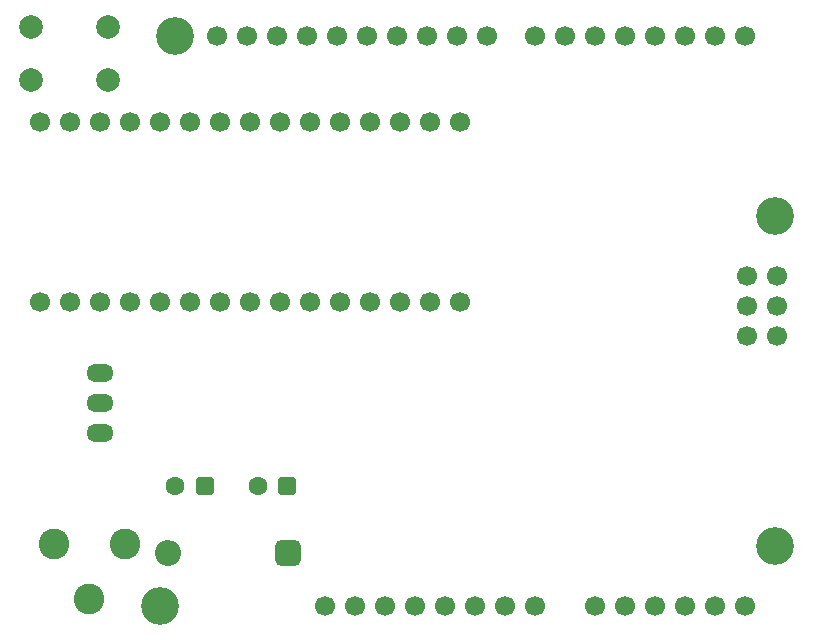
<source format=gbr>
%TF.GenerationSoftware,KiCad,Pcbnew,7.0.1*%
%TF.CreationDate,2023-12-02T23:36:22-05:00*%
%TF.ProjectId,Nano2UNO-Adapter-3V3,4e616e6f-3255-44e4-9f2d-416461707465,0.0.1*%
%TF.SameCoordinates,PX6486dd0PY8062360*%
%TF.FileFunction,Soldermask,Top*%
%TF.FilePolarity,Negative*%
%FSLAX46Y46*%
G04 Gerber Fmt 4.6, Leading zero omitted, Abs format (unit mm)*
G04 Created by KiCad (PCBNEW 7.0.1) date 2023-12-02 23:36:22*
%MOMM*%
%LPD*%
G01*
G04 APERTURE LIST*
G04 Aperture macros list*
%AMRoundRect*
0 Rectangle with rounded corners*
0 $1 Rounding radius*
0 $2 $3 $4 $5 $6 $7 $8 $9 X,Y pos of 4 corners*
0 Add a 4 corners polygon primitive as box body*
4,1,4,$2,$3,$4,$5,$6,$7,$8,$9,$2,$3,0*
0 Add four circle primitives for the rounded corners*
1,1,$1+$1,$2,$3*
1,1,$1+$1,$4,$5*
1,1,$1+$1,$6,$7*
1,1,$1+$1,$8,$9*
0 Add four rect primitives between the rounded corners*
20,1,$1+$1,$2,$3,$4,$5,0*
20,1,$1+$1,$4,$5,$6,$7,0*
20,1,$1+$1,$6,$7,$8,$9,0*
20,1,$1+$1,$8,$9,$2,$3,0*%
G04 Aperture macros list end*
%ADD10C,1.700000*%
%ADD11RoundRect,0.550000X0.550000X0.550000X-0.550000X0.550000X-0.550000X-0.550000X0.550000X-0.550000X0*%
%ADD12O,2.200000X2.200000*%
%ADD13RoundRect,0.400000X0.400000X0.400000X-0.400000X0.400000X-0.400000X-0.400000X0.400000X-0.400000X0*%
%ADD14C,1.600000*%
%ADD15C,3.200000*%
%ADD16C,2.600000*%
%ADD17O,2.300000X1.500000*%
%ADD18C,2.000000*%
G04 APERTURE END LIST*
D10*
%TO.C,J3*%
X27940000Y2540000D03*
X30480000Y2540000D03*
X33020000Y2540000D03*
X35560000Y2540000D03*
X38100000Y2540000D03*
X40640000Y2540000D03*
X43180000Y2540000D03*
X45720000Y2540000D03*
%TD*%
%TO.C,J4*%
X50800000Y2540000D03*
X53340000Y2540000D03*
X55880000Y2540000D03*
X58420000Y2540000D03*
X60960000Y2540000D03*
X63500000Y2540000D03*
%TD*%
%TO.C,J2*%
X41656000Y50800000D03*
X39116000Y50800000D03*
X36576000Y50800000D03*
X34036000Y50800000D03*
X31496000Y50800000D03*
X28956000Y50800000D03*
X26416000Y50800000D03*
X23876000Y50800000D03*
X21336000Y50800000D03*
X18796000Y50800000D03*
%TD*%
%TO.C,J1*%
X63500000Y50800000D03*
X60960000Y50800000D03*
X58420000Y50800000D03*
X55880000Y50800000D03*
X53340000Y50800000D03*
X50800000Y50800000D03*
X48260000Y50800000D03*
X45720000Y50800000D03*
%TD*%
D11*
%TO.C,D1*%
X24765000Y6985000D03*
D12*
X14605000Y6985000D03*
%TD*%
D13*
%TO.C,C2*%
X24745000Y12700000D03*
D14*
X22245000Y12700000D03*
%TD*%
D13*
%TO.C,C1*%
X17760000Y12700000D03*
D14*
X15260000Y12700000D03*
%TD*%
D15*
%TO.C,MH1*%
X15240000Y50800000D03*
%TD*%
D10*
%TO.C,J7*%
X63622000Y30465000D03*
X66162000Y30465000D03*
X63622000Y27925000D03*
X66162000Y27925000D03*
X63622000Y25385000D03*
X66162000Y25385000D03*
%TD*%
D16*
%TO.C,J8*%
X10984000Y7802000D03*
X4984000Y7802000D03*
X7984000Y3102000D03*
%TD*%
D10*
%TO.C,J5*%
X39370000Y43500000D03*
X36830000Y43500000D03*
X34290000Y43500000D03*
X31750000Y43500000D03*
X29210000Y43500000D03*
X26670000Y43500000D03*
X24130000Y43500000D03*
X21590000Y43500000D03*
X19050000Y43500000D03*
X16510000Y43500000D03*
X13970000Y43500000D03*
X11430000Y43500000D03*
X8890000Y43500000D03*
X6350000Y43500000D03*
X3810000Y43500000D03*
%TD*%
%TO.C,J6*%
X3810000Y28260000D03*
X6350000Y28260000D03*
X8890000Y28260000D03*
X11430000Y28260000D03*
X13970000Y28260000D03*
X16510000Y28260000D03*
X19050000Y28260000D03*
X21590000Y28260000D03*
X24130000Y28260000D03*
X26670000Y28260000D03*
X29210000Y28260000D03*
X31750000Y28260000D03*
X34290000Y28260000D03*
X36830000Y28260000D03*
X39370000Y28260000D03*
%TD*%
D17*
%TO.C,U1*%
X8890000Y17145000D03*
X8890000Y19685000D03*
X8890000Y22225000D03*
%TD*%
D18*
%TO.C,SW1*%
X3050000Y51550000D03*
X9550000Y51550000D03*
X3050000Y47050000D03*
X9550000Y47050000D03*
%TD*%
D15*
%TO.C,MH2*%
X13970000Y2540000D03*
%TD*%
%TO.C,MH3*%
X66040000Y35560000D03*
%TD*%
%TO.C,MH4*%
X66040000Y7620000D03*
%TD*%
M02*

</source>
